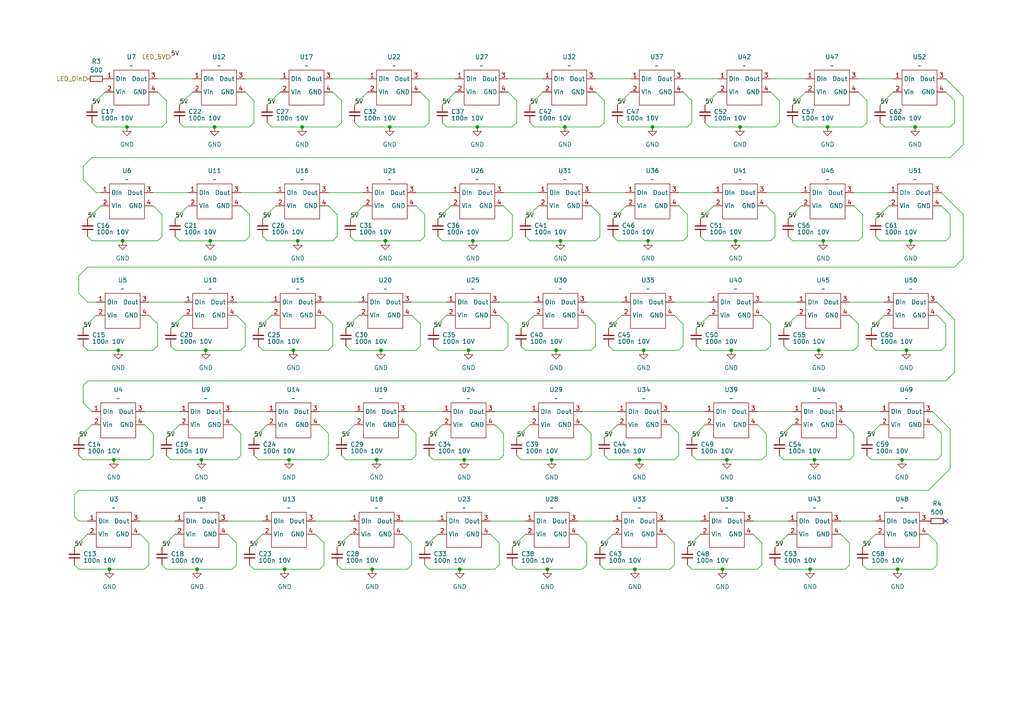
<source format=kicad_sch>
(kicad_sch (version 20250114) (generator "eeschema") (generator_version "9.0")
  (paper "A4")
  (title_block (title "QNOB") (date "2025-04-17") (rev "0.5") (company "12M Design") (comment 1 "Alper Basaran"))
  (junction (at 82.55 165.1))
  (junction (at 110.49 101.6))
  (junction (at 260.35 165.1))
  (junction (at 34.29 101.6))
  (junction (at 85.09 101.6))
  (junction (at 133.35 165.1))
  (junction (at 237.49 101.6))
  (junction (at 83.82 133.35))
  (junction (at 264.16 69.85))
  (junction (at 87.63 36.83))
  (junction (at 134.62 133.35))
  (junction (at 240.03 36.83))
  (junction (at 234.95 165.1))
  (junction (at 36.83 36.83))
  (junction (at 236.22 133.35))
  (junction (at 262.89 101.6))
  (junction (at 35.56 69.85))
  (junction (at 158.75 165.1))
  (junction (at 210.82 133.35))
  (junction (at 33.02 133.35))
  (junction (at 60.96 69.85))
  (junction (at 160.02 133.35))
  (junction (at 185.42 133.35))
  (junction (at 135.89 101.6))
  (junction (at 209.55 165.1))
  (junction (at 212.09 101.6))
  (junction (at 186.69 101.6))
  (junction (at 109.22 133.35))
  (junction (at 31.75 165.1))
  (junction (at 161.29 101.6))
  (junction (at 138.43 36.83))
  (junction (at 59.69 101.6))
  (junction (at 261.62 133.35))
  (junction (at 238.76 69.85))
  (junction (at 187.96 69.85))
  (junction (at 62.23 36.83))
  (junction (at 86.36 69.85))
  (junction (at 162.56 69.85))
  (junction (at 58.42 133.35))
  (junction (at 213.36 69.85))
  (junction (at 111.76 69.85))
  (junction (at 189.23 36.83))
  (junction (at 163.83 36.83))
  (junction (at 214.63 36.83))
  (junction (at 113.03 36.83))
  (junction (at 57.15 165.1))
  (junction (at 137.16 69.85))
  (junction (at 107.95 165.1))
  (junction (at 184.15 165.1))
  (junction (at 265.43 36.83))
  (no_connect (at 274.32 151.13))
  (wire (pts (xy 146.05 101.6) (xy 147.32 100.33)))
  (wire (pts (xy 48.26 165.1) (xy 46.99 163.83)))
  (wire (pts (xy 172.72 69.85) (xy 173.99 68.58)))
  (wire (pts (xy 223.52 100.33) (xy 223.52 93.98)))
  (wire (pts (xy 275.59 36.83) (xy 276.86 35.56)))
  (wire (pts (xy 252.73 133.35) (xy 251.46 132.08)))
  (wire (pts (xy 82.55 165.1) (xy 73.66 165.1)))
  (wire (pts (xy 73.66 165.1) (xy 72.39 163.83)))
  (wire (pts (xy 24.13 52.07) (xy 24.13 48.26)))
  (wire (pts (xy 130.81 59.69) (xy 127 63.5)))
  (wire (pts (xy 194.31 119.38) (xy 204.47 119.38)))
  (wire (pts (xy 138.43 36.83) (xy 129.54 36.83)))
  (wire (pts (xy 234.95 165.1) (xy 226.06 165.1)))
  (wire (pts (xy 147.32 100.33) (xy 147.32 93.98)))
  (wire (pts (xy 171.45 55.88) (xy 181.61 55.88)))
  (wire (pts (xy 177.8 154.94) (xy 173.99 158.75)))
  (wire (pts (xy 120.65 101.6) (xy 121.92 100.33)))
  (wire (pts (xy 125.73 133.35) (xy 124.46 132.08)))
  (wire (pts (xy 69.85 125.73) (xy 67.31 123.19)))
  (wire (pts (xy 271.78 133.35) (xy 273.05 132.08)))
  (wire (pts (xy 240.03 36.83) (xy 250.19 36.83)))
  (wire (pts (xy 151.13 133.35) (xy 149.86 132.08)))
  (wire (pts (xy 134.62 133.35) (xy 125.73 133.35)))
  (wire (pts (xy 173.99 68.58) (xy 173.99 62.23)))
  (wire (pts (xy 149.86 29.21) (xy 147.32 26.67)))
  (wire (pts (xy 83.82 133.35) (xy 93.98 133.35)))
  (wire (pts (xy 44.45 132.08) (xy 44.45 125.73)))
  (wire (pts (xy 22.86 151.13) (xy 21.59 149.86)))
  (wire (pts (xy 238.76 69.85) (xy 229.87 69.85)))
  (wire (pts (xy 43.18 87.63) (xy 53.34 87.63)))
  (wire (pts (xy 62.23 36.83) (xy 72.39 36.83)))
  (wire (pts (xy 198.12 69.85) (xy 199.39 68.58)))
  (wire (pts (xy 172.72 22.86) (xy 182.88 22.86)))
  (wire (pts (xy 274.32 110.49) (xy 276.86 107.95)))
  (wire (pts (xy 276.86 92.71) (xy 271.78 87.63)))
  (wire (pts (xy 185.42 133.35) (xy 195.58 133.35)))
  (wire (pts (xy 99.06 35.56) (xy 99.06 29.21)))
  (wire (pts (xy 172.72 100.33) (xy 172.72 93.98)))
  (wire (pts (xy 29.21 59.69) (xy 25.4 63.5)))
  (wire (pts (xy 203.2 154.94) (xy 199.39 158.75)))
  (wire (pts (xy 246.38 157.48) (xy 243.84 154.94)))
  (wire (pts (xy 121.92 22.86) (xy 132.08 22.86)))
  (wire (pts (xy 48.26 35.56) (xy 48.26 29.21)))
  (wire (pts (xy 205.74 36.83) (xy 204.47 35.56)))
  (wire (pts (xy 133.35 165.1) (xy 124.46 165.1)))
  (wire (pts (xy 43.18 133.35) (xy 44.45 132.08)))
  (wire (pts (xy 247.65 101.6) (xy 248.92 100.33)))
  (wire (pts (xy 123.19 62.23) (xy 120.65 59.69)))
  (wire (pts (xy 93.98 133.35) (xy 95.25 132.08)))
  (wire (pts (xy 25.4 110.49) (xy 274.32 110.49)))
  (wire (pts (xy 111.76 69.85) (xy 121.92 69.85)))
  (wire (pts (xy 207.01 59.69) (xy 203.2 63.5)))
  (wire (pts (xy 27.94 36.83) (xy 26.67 35.56)))
  (wire (pts (xy 236.22 133.35) (xy 227.33 133.35)))
  (wire (pts (xy 26.67 119.38) (xy 24.13 116.84)))
  (wire (pts (xy 246.38 133.35) (xy 247.65 132.08)))
  (wire (pts (xy 104.14 36.83) (xy 102.87 35.56)))
  (wire (pts (xy 222.25 132.08) (xy 222.25 125.73)))
  (wire (pts (xy 101.6 154.94) (xy 97.79 158.75)))
  (wire (pts (xy 194.31 165.1) (xy 195.58 163.83)))
  (wire (pts (xy 96.52 69.85) (xy 97.79 68.58)))
  (wire (pts (xy 144.78 133.35) (xy 146.05 132.08)))
  (wire (pts (xy 248.92 93.98) (xy 246.38 91.44)))
  (wire (pts (xy 265.43 36.83) (xy 256.54 36.83)))
  (wire (pts (xy 54.61 59.69) (xy 50.8 63.5)))
  (wire (pts (xy 102.87 69.85) (xy 101.6 68.58)))
  (wire (pts (xy 250.19 62.23) (xy 247.65 59.69)))
  (wire (pts (xy 49.53 133.35) (xy 48.26 132.08)))
  (wire (pts (xy 106.68 26.67) (xy 102.87 30.48)))
  (wire (pts (xy 195.58 157.48) (xy 193.04 154.94)))
  (wire (pts (xy 261.62 133.35) (xy 252.73 133.35)))
  (wire (pts (xy 275.59 68.58) (xy 275.59 62.23)))
  (wire (pts (xy 223.52 93.98) (xy 220.98 91.44)))
  (wire (pts (xy 175.26 35.56) (xy 175.26 29.21)))
  (wire (pts (xy 25.4 87.63) (xy 22.86 85.09)))
  (wire (pts (xy 72.39 68.58) (xy 72.39 62.23)))
  (wire (pts (xy 200.66 165.1) (xy 199.39 163.83)))
  (wire (pts (xy 127 101.6) (xy 125.73 100.33)))
  (wire (pts (xy 119.38 163.83) (xy 119.38 157.48)))
  (wire (pts (xy 22.86 80.01) (xy 25.4 77.47)))
  (wire (pts (xy 270.51 165.1) (xy 271.78 163.83)))
  (wire (pts (xy 22.86 142.24) (xy 269.24 142.24)))
  (wire (pts (xy 120.65 125.73) (xy 118.11 123.19)))
  (wire (pts (xy 228.6 101.6) (xy 227.33 100.33)))
  (wire (pts (xy 196.85 125.73) (xy 194.31 123.19)))
  (wire (pts (xy 208.28 26.67) (xy 204.47 30.48)))
  (wire (pts (xy 247.65 125.73) (xy 245.11 123.19)))
  (wire (pts (xy 181.61 59.69) (xy 177.8 63.5)))
  (wire (pts (xy 256.54 36.83) (xy 255.27 35.56)))
  (wire (pts (xy 110.49 101.6) (xy 101.6 101.6)))
  (wire (pts (xy 71.12 22.86) (xy 81.28 22.86)))
  (wire (pts (xy 189.23 36.83) (xy 180.34 36.83)))
  (wire (pts (xy 43.18 163.83) (xy 43.18 157.48)))
  (wire (pts (xy 71.12 100.33) (xy 71.12 93.98)))
  (wire (pts (xy 171.45 132.08) (xy 171.45 125.73)))
  (wire (pts (xy 116.84 151.13) (xy 127 151.13)))
  (wire (pts (xy 48.26 29.21) (xy 45.72 26.67)))
  (wire (pts (xy 99.06 29.21) (xy 96.52 26.67)))
  (wire (pts (xy 157.48 26.67) (xy 153.67 30.48)))
  (wire (pts (xy 195.58 133.35) (xy 196.85 132.08)))
  (wire (pts (xy 214.63 36.83) (xy 224.79 36.83)))
  (wire (pts (xy 58.42 133.35) (xy 49.53 133.35)))
  (wire (pts (xy 250.19 68.58) (xy 250.19 62.23)))
  (wire (pts (xy 93.98 163.83) (xy 93.98 157.48)))
  (wire (pts (xy 73.66 29.21) (xy 71.12 26.67)))
  (wire (pts (xy 34.29 101.6) (xy 44.45 101.6)))
  (wire (pts (xy 124.46 35.56) (xy 124.46 29.21)))
  (wire (pts (xy 92.71 165.1) (xy 93.98 163.83)))
  (wire (pts (xy 158.75 165.1) (xy 149.86 165.1)))
  (wire (pts (xy 172.72 93.98) (xy 170.18 91.44)))
  (wire (pts (xy 45.72 93.98) (xy 43.18 91.44)))
  (wire (pts (xy 96.52 93.98) (xy 93.98 91.44)))
  (wire (pts (xy 180.34 91.44) (xy 176.53 95.25)))
  (wire (pts (xy 59.69 101.6) (xy 50.8 101.6)))
  (wire (pts (xy 212.09 101.6) (xy 222.25 101.6)))
  (wire (pts (xy 99.06 165.1) (xy 97.79 163.83)))
  (wire (pts (xy 44.45 55.88) (xy 54.61 55.88)))
  (wire (pts (xy 198.12 100.33) (xy 198.12 93.98)))
  (wire (pts (xy 104.14 91.44) (xy 100.33 95.25)))
  (wire (pts (xy 124.46 165.1) (xy 123.19 163.83)))
  (wire (pts (xy 142.24 151.13) (xy 152.4 151.13)))
  (wire (pts (xy 24.13 133.35) (xy 22.86 132.08)))
  (wire (pts (xy 209.55 165.1) (xy 200.66 165.1)))
  (wire (pts (xy 163.83 36.83) (xy 173.99 36.83)))
  (wire (pts (xy 121.92 93.98) (xy 119.38 91.44)))
  (wire (pts (xy 160.02 133.35) (xy 170.18 133.35)))
  (wire (pts (xy 62.23 36.83) (xy 53.34 36.83)))
  (wire (pts (xy 149.86 165.1) (xy 148.59 163.83)))
  (wire (pts (xy 24.13 48.26) (xy 26.67 45.72)))
  (wire (pts (xy 21.59 149.86) (xy 21.59 143.51)))
  (wire (pts (xy 179.07 123.19) (xy 175.26 127)))
  (wire (pts (xy 147.32 69.85) (xy 148.59 68.58)))
  (wire (pts (xy 198.12 93.98) (xy 195.58 91.44)))
  (wire (pts (xy 146.05 125.73) (xy 143.51 123.19)))
  (wire (pts (xy 158.75 165.1) (xy 168.91 165.1)))
  (wire (pts (xy 260.35 165.1) (xy 251.46 165.1)))
  (wire (pts (xy 248.92 22.86) (xy 259.08 22.86)))
  (wire (pts (xy 100.33 133.35) (xy 99.06 132.08)))
  (wire (pts (xy 113.03 36.83) (xy 104.14 36.83)))
  (wire (pts (xy 128.27 69.85) (xy 127 68.58)))
  (wire (pts (xy 173.99 36.83) (xy 175.26 35.56)))
  (wire (pts (xy 60.96 69.85) (xy 52.07 69.85)))
  (wire (pts (xy 60.96 69.85) (xy 71.12 69.85)))
  (wire (pts (xy 77.47 69.85) (xy 76.2 68.58)))
  (wire (pts (xy 199.39 68.58) (xy 199.39 62.23)))
  (wire (pts (xy 69.85 55.88) (xy 80.01 55.88)))
  (wire (pts (xy 224.79 36.83) (xy 226.06 35.56)))
  (wire (pts (xy 80.01 59.69) (xy 76.2 63.5)))
  (wire (pts (xy 175.26 29.21) (xy 172.72 26.67)))
  (wire (pts (xy 264.16 69.85) (xy 274.32 69.85)))
  (wire (pts (xy 45.72 100.33) (xy 45.72 93.98)))
  (wire (pts (xy 135.89 101.6) (xy 146.05 101.6)))
  (wire (pts (xy 261.62 133.35) (xy 271.78 133.35)))
  (wire (pts (xy 175.26 165.1) (xy 173.99 163.83)))
  (wire (pts (xy 144.78 163.83) (xy 144.78 157.48)))
  (wire (pts (xy 246.38 87.63) (xy 256.54 87.63)))
  (wire (pts (xy 105.41 59.69) (xy 101.6 63.5)))
  (wire (pts (xy 167.64 151.13) (xy 177.8 151.13)))
  (wire (pts (xy 199.39 36.83) (xy 200.66 35.56)))
  (wire (pts (xy 135.89 101.6) (xy 127 101.6)))
  (wire (pts (xy 273.05 132.08) (xy 273.05 125.73)))
  (wire (pts (xy 279.4 41.91) (xy 279.4 27.94)))
  (wire (pts (xy 220.98 163.83) (xy 220.98 157.48)))
  (wire (pts (xy 231.14 36.83) (xy 229.87 35.56)))
  (wire (pts (xy 120.65 132.08) (xy 120.65 125.73)))
  (wire (pts (xy 72.39 36.83) (xy 73.66 35.56)))
  (wire (pts (xy 101.6 101.6) (xy 100.33 100.33)))
  (wire (pts (xy 176.53 133.35) (xy 175.26 132.08)))
  (wire (pts (xy 69.85 101.6) (xy 71.12 100.33)))
  (wire (pts (xy 148.59 68.58) (xy 148.59 62.23)))
  (wire (pts (xy 187.96 69.85) (xy 198.12 69.85)))
  (wire (pts (xy 109.22 133.35) (xy 100.33 133.35)))
  (wire (pts (xy 36.83 36.83) (xy 27.94 36.83)))
  (wire (pts (xy 262.89 101.6) (xy 254 101.6)))
  (wire (pts (xy 265.43 36.83) (xy 275.59 36.83)))
  (wire (pts (xy 219.71 165.1) (xy 220.98 163.83)))
  (wire (pts (xy 33.02 133.35) (xy 24.13 133.35)))
  (wire (pts (xy 204.47 123.19) (xy 200.66 127)))
  (wire (pts (xy 45.72 69.85) (xy 46.99 68.58)))
  (wire (pts (xy 82.55 165.1) (xy 92.71 165.1)))
  (wire (pts (xy 45.72 22.86) (xy 55.88 22.86)))
  (wire (pts (xy 248.92 69.85) (xy 250.19 68.58)))
  (wire (pts (xy 220.98 133.35) (xy 222.25 132.08)))
  (wire (pts (xy 209.55 165.1) (xy 219.71 165.1)))
  (wire (pts (xy 251.46 35.56) (xy 251.46 29.21)))
  (wire (pts (xy 229.87 69.85) (xy 228.6 68.58)))
  (wire (pts (xy 119.38 87.63) (xy 129.54 87.63)))
  (wire (pts (xy 276.86 35.56) (xy 276.86 29.21)))
  (wire (pts (xy 77.47 123.19) (xy 73.66 127)))
  (wire (pts (xy 220.98 157.48) (xy 218.44 154.94)))
  (wire (pts (xy 195.58 163.83) (xy 195.58 157.48)))
  (wire (pts (xy 146.05 132.08) (xy 146.05 125.73)))
  (wire (pts (xy 76.2 154.94) (xy 72.39 158.75)))
  (wire (pts (xy 154.94 91.44) (xy 151.13 95.25)))
  (wire (pts (xy 86.36 69.85) (xy 96.52 69.85)))
  (wire (pts (xy 44.45 101.6) (xy 45.72 100.33)))
  (wire (pts (xy 171.45 125.73) (xy 168.91 123.19)))
  (wire (pts (xy 102.87 123.19) (xy 99.06 127)))
  (wire (pts (xy 107.95 165.1) (xy 99.06 165.1)))
  (wire (pts (xy 119.38 157.48) (xy 116.84 154.94)))
  (wire (pts (xy 97.79 62.23) (xy 95.25 59.69)))
  (wire (pts (xy 52.07 123.19) (xy 48.26 127)))
  (wire (pts (xy 118.11 119.38) (xy 128.27 119.38)))
  (wire (pts (xy 107.95 165.1) (xy 118.11 165.1)))
  (wire (pts (xy 231.14 91.44) (xy 227.33 95.25)))
  (wire (pts (xy 254 154.94) (xy 250.19 158.75)))
  (wire (pts (xy 55.88 26.67) (xy 52.07 30.48)))
  (wire (pts (xy 274.32 69.85) (xy 275.59 68.58)))
  (wire (pts (xy 274.32 93.98) (xy 271.78 91.44)))
  (wire (pts (xy 243.84 151.13) (xy 254 151.13)))
  (wire (pts (xy 50.8 154.94) (xy 46.99 158.75)))
  (wire (pts (xy 237.49 101.6) (xy 247.65 101.6)))
  (wire (pts (xy 123.19 36.83) (xy 124.46 35.56)))
  (wire (pts (xy 196.85 132.08) (xy 196.85 125.73)))
  (wire (pts (xy 260.35 165.1) (xy 270.51 165.1)))
  (wire (pts (xy 134.62 133.35) (xy 144.78 133.35)))
  (wire (pts (xy 168.91 165.1) (xy 170.18 163.83)))
  (wire (pts (xy 193.04 151.13) (xy 203.2 151.13)))
  (wire (pts (xy 128.27 123.19) (xy 124.46 127)))
  (wire (pts (xy 219.71 119.38) (xy 229.87 119.38)))
  (wire (pts (xy 222.25 125.73) (xy 219.71 123.19)))
  (wire (pts (xy 154.94 36.83) (xy 153.67 35.56)))
  (wire (pts (xy 248.92 100.33) (xy 248.92 93.98)))
  (wire (pts (xy 226.06 35.56) (xy 226.06 29.21)))
  (wire (pts (xy 153.67 123.19) (xy 149.86 127)))
  (wire (pts (xy 25.4 154.94) (xy 21.59 158.75)))
  (wire (pts (xy 132.08 26.67) (xy 128.27 30.48)))
  (wire (pts (xy 224.79 68.58) (xy 224.79 62.23)))
  (wire (pts (xy 118.11 165.1) (xy 119.38 163.83)))
  (wire (pts (xy 186.69 101.6) (xy 196.85 101.6)))
  (wire (pts (xy 110.49 101.6) (xy 120.65 101.6)))
  (wire (pts (xy 196.85 101.6) (xy 198.12 100.33)))
  (wire (pts (xy 223.52 69.85) (xy 224.79 68.58)))
  (wire (pts (xy 196.85 55.88) (xy 207.01 55.88)))
  (wire (pts (xy 170.18 157.48) (xy 167.64 154.94)))
  (wire (pts (xy 144.78 157.48) (xy 142.24 154.94)))
  (wire (pts (xy 26.67 69.85) (xy 25.4 68.58)))
  (wire (pts (xy 149.86 35.56) (xy 149.86 29.21)))
  (wire (pts (xy 93.98 87.63) (xy 104.14 87.63)))
  (wire (pts (xy 87.63 36.83) (xy 78.74 36.83)))
  (wire (pts (xy 279.4 27.94) (xy 274.32 22.86)))
  (wire (pts (xy 146.05 55.88) (xy 156.21 55.88)))
  (wire (pts (xy 73.66 35.56) (xy 73.66 29.21)))
  (wire (pts (xy 256.54 91.44) (xy 252.73 95.25)))
  (wire (pts (xy 161.29 101.6) (xy 152.4 101.6)))
  (wire (pts (xy 148.59 62.23) (xy 146.05 59.69)))
  (wire (pts (xy 271.78 157.48) (xy 269.24 154.94)))
  (wire (pts (xy 233.68 26.67) (xy 229.87 30.48)))
  (wire (pts (xy 95.25 101.6) (xy 96.52 100.33)))
  (wire (pts (xy 68.58 87.63) (xy 78.74 87.63)))
  (wire (pts (xy 93.98 157.48) (xy 91.44 154.94)))
  (wire (pts (xy 44.45 125.73) (xy 41.91 123.19)))
  (wire (pts (xy 229.87 123.19) (xy 226.06 127)))
  (wire (pts (xy 170.18 133.35) (xy 171.45 132.08)))
  (wire (pts (xy 279.4 62.23) (xy 273.05 55.88)))
  (wire (pts (xy 185.42 133.35) (xy 176.53 133.35)))
  (wire (pts (xy 203.2 101.6) (xy 201.93 100.33)))
  (wire (pts (xy 95.25 125.73) (xy 92.71 123.19)))
  (wire (pts (xy 144.78 87.63) (xy 154.94 87.63)))
  (wire (pts (xy 179.07 69.85) (xy 177.8 68.58)))
  (wire (pts (xy 31.75 165.1) (xy 41.91 165.1)))
  (wire (pts (xy 213.36 69.85) (xy 223.52 69.85)))
  (wire (pts (xy 199.39 62.23) (xy 196.85 59.69)))
  (wire (pts (xy 255.27 123.19) (xy 251.46 127)))
  (wire (pts (xy 46.99 68.58) (xy 46.99 62.23)))
  (wire (pts (xy 78.74 36.83) (xy 77.47 35.56)))
  (wire (pts (xy 200.66 29.21) (xy 198.12 26.67)))
  (wire (pts (xy 162.56 69.85) (xy 172.72 69.85)))
  (wire (pts (xy 85.09 101.6) (xy 76.2 101.6)))
  (wire (pts (xy 170.18 163.83) (xy 170.18 157.48)))
  (wire (pts (xy 213.36 69.85) (xy 204.47 69.85)))
  (wire (pts (xy 25.4 101.6) (xy 24.13 100.33)))
  (wire (pts (xy 214.63 36.83) (xy 205.74 36.83)))
  (wire (pts (xy 67.31 165.1) (xy 68.58 163.83)))
  (wire (pts (xy 246.38 163.83) (xy 246.38 157.48)))
  (wire (pts (xy 234.95 165.1) (xy 245.11 165.1)))
  (wire (pts (xy 173.99 62.23) (xy 171.45 59.69)))
  (wire (pts (xy 276.86 77.47) (xy 279.4 74.93)))
  (wire (pts (xy 67.31 119.38) (xy 77.47 119.38)))
  (wire (pts (xy 180.34 36.83) (xy 179.07 35.56)))
  (wire (pts (xy 168.91 119.38) (xy 179.07 119.38)))
  (wire (pts (xy 121.92 69.85) (xy 123.19 68.58)))
  (wire (pts (xy 21.59 143.51) (xy 22.86 142.24)))
  (wire (pts (xy 68.58 163.83) (xy 68.58 157.48)))
  (wire (pts (xy 201.93 133.35) (xy 200.66 132.08)))
  (wire (pts (xy 85.09 101.6) (xy 95.25 101.6)))
  (wire (pts (xy 198.12 22.86) (xy 208.28 22.86)))
  (wire (pts (xy 34.29 101.6) (xy 25.4 101.6)))
  (wire (pts (xy 274.32 100.33) (xy 274.32 93.98)))
  (wire (pts (xy 22.86 85.09) (xy 22.86 80.01)))
  (wire (pts (xy 138.43 36.83) (xy 148.59 36.83)))
  (wire (pts (xy 161.29 101.6) (xy 171.45 101.6)))
  (wire (pts (xy 87.63 36.83) (xy 97.79 36.83)))
  (wire (pts (xy 245.11 119.38) (xy 255.27 119.38)))
  (wire (pts (xy 46.99 62.23) (xy 44.45 59.69)))
  (wire (pts (xy 66.04 151.13) (xy 76.2 151.13)))
  (wire (pts (xy 273.05 125.73) (xy 270.51 123.19)))
  (wire (pts (xy 129.54 36.83) (xy 128.27 35.56)))
  (wire (pts (xy 143.51 165.1) (xy 144.78 163.83)))
  (wire (pts (xy 222.25 55.88) (xy 232.41 55.88)))
  (wire (pts (xy 91.44 151.13) (xy 101.6 151.13)))
  (wire (pts (xy 24.13 111.76) (xy 25.4 110.49)))
  (wire (pts (xy 220.98 87.63) (xy 231.14 87.63)))
  (wire (pts (xy 29.21 55.88) (xy 27.94 55.88)))
  (wire (pts (xy 218.44 151.13) (xy 228.6 151.13)))
  (wire (pts (xy 119.38 133.35) (xy 120.65 132.08)))
  (wire (pts (xy 275.59 124.46) (xy 270.51 119.38)))
  (wire (pts (xy 163.83 36.83) (xy 154.94 36.83)))
  (wire (pts (xy 95.25 132.08) (xy 95.25 125.73)))
  (wire (pts (xy 81.28 26.67) (xy 77.47 30.48)))
  (wire (pts (xy 58.42 133.35) (xy 68.58 133.35)))
  (wire (pts (xy 72.39 62.23) (xy 69.85 59.69)))
  (wire (pts (xy 76.2 101.6) (xy 74.93 100.33)))
  (wire (pts (xy 247.65 55.88) (xy 257.81 55.88)))
  (wire (pts (xy 254 101.6) (xy 252.73 100.33)))
  (wire (pts (xy 279.4 74.93) (xy 279.4 62.23)))
  (wire (pts (xy 152.4 154.94) (xy 148.59 158.75)))
  (wire (pts (xy 276.86 29.21) (xy 274.32 26.67)))
  (wire (pts (xy 276.86 107.95) (xy 276.86 92.71)))
  (wire (pts (xy 137.16 69.85) (xy 147.32 69.85)))
  (wire (pts (xy 210.82 133.35) (xy 220.98 133.35)))
  (wire (pts (xy 123.19 68.58) (xy 123.19 62.23)))
  (wire (pts (xy 153.67 69.85) (xy 152.4 68.58)))
  (wire (pts (xy 52.07 69.85) (xy 50.8 68.58)))
  (wire (pts (xy 41.91 165.1) (xy 43.18 163.83)))
  (wire (pts (xy 262.89 101.6) (xy 273.05 101.6)))
  (wire (pts (xy 30.48 26.67) (xy 26.67 30.48)))
  (wire (pts (xy 74.93 133.35) (xy 73.66 132.08)))
  (wire (pts (xy 97.79 68.58) (xy 97.79 62.23)))
  (wire (pts (xy 120.65 55.88) (xy 130.81 55.88)))
  (wire (pts (xy 97.79 36.83) (xy 99.06 35.56)))
  (wire (pts (xy 275.59 62.23) (xy 273.05 59.69)))
  (wire (pts (xy 195.58 87.63) (xy 205.74 87.63)))
  (wire (pts (xy 257.81 59.69) (xy 254 63.5)))
  (wire (pts (xy 27.94 55.88) (xy 24.13 52.07)))
  (wire (pts (xy 26.67 45.72) (xy 275.59 45.72)))
  (wire (pts (xy 113.03 36.83) (xy 123.19 36.83)))
  (wire (pts (xy 152.4 101.6) (xy 151.13 100.33)))
  (wire (pts (xy 25.4 77.47) (xy 276.86 77.47)))
  (wire (pts (xy 86.36 69.85) (xy 77.47 69.85)))
  (wire (pts (xy 147.32 22.86) (xy 157.48 22.86)))
  (wire (pts (xy 111.76 69.85) (xy 102.87 69.85)))
  (wire (pts (xy 160.02 133.35) (xy 151.13 133.35)))
  (wire (pts (xy 53.34 36.83) (xy 52.07 35.56)))
  (wire (pts (xy 27.94 91.44) (xy 24.13 95.25)))
  (wire (pts (xy 187.96 69.85) (xy 179.07 69.85)))
  (wire (pts (xy 226.06 165.1) (xy 224.79 163.83)))
  (wire (pts (xy 27.94 87.63) (xy 25.4 87.63)))
  (wire (pts (xy 40.64 151.13) (xy 50.8 151.13)))
  (wire (pts (xy 264.16 69.85) (xy 255.27 69.85)))
  (wire (pts (xy 35.56 69.85) (xy 26.67 69.85)))
  (wire (pts (xy 109.22 133.35) (xy 119.38 133.35)))
  (wire (pts (xy 143.51 119.38) (xy 153.67 119.38)))
  (wire (pts (xy 162.56 69.85) (xy 153.67 69.85)))
  (wire (pts (xy 53.34 91.44) (xy 49.53 95.25)))
  (wire (pts (xy 189.23 36.83) (xy 199.39 36.83)))
  (wire (pts (xy 275.59 135.89) (xy 275.59 124.46)))
  (wire (pts (xy 171.45 101.6) (xy 172.72 100.33)))
  (wire (pts (xy 251.46 165.1) (xy 250.19 163.83)))
  (wire (pts (xy 156.21 59.69) (xy 152.4 63.5)))
  (wire (pts (xy 186.69 101.6) (xy 177.8 101.6)))
  (wire (pts (xy 96.52 22.86) (xy 106.68 22.86)))
  (wire (pts (xy 57.15 165.1) (xy 48.26 165.1)))
  (wire (pts (xy 177.8 101.6) (xy 176.53 100.33)))
  (wire (pts (xy 222.25 101.6) (xy 223.52 100.33)))
  (wire (pts (xy 204.47 69.85) (xy 203.2 68.58)))
  (wire (pts (xy 33.02 133.35) (xy 43.18 133.35)))
  (wire (pts (xy 236.22 133.35) (xy 246.38 133.35)))
  (wire (pts (xy 205.74 91.44) (xy 201.93 95.25)))
  (wire (pts (xy 255.27 69.85) (xy 254 68.58)))
  (wire (pts (xy 226.06 29.21) (xy 223.52 26.67)))
  (wire (pts (xy 95.25 55.88) (xy 105.41 55.88)))
  (wire (pts (xy 43.18 157.48) (xy 40.64 154.94)))
  (wire (pts (xy 259.08 26.67) (xy 255.27 30.48)))
  (wire (pts (xy 238.76 69.85) (xy 248.92 69.85)))
  (wire (pts (xy 78.74 91.44) (xy 74.93 95.25)))
  (wire (pts (xy 50.8 101.6) (xy 49.53 100.33)))
  (wire (pts (xy 223.52 22.86) (xy 233.68 22.86)))
  (wire (pts (xy 59.69 101.6) (xy 69.85 101.6)))
  (wire (pts (xy 68.58 157.48) (xy 66.04 154.94)))
  (wire (pts (xy 46.99 36.83) (xy 48.26 35.56)))
  (wire (pts (xy 121.92 100.33) (xy 121.92 93.98)))
  (wire (pts (xy 184.15 165.1) (xy 194.31 165.1)))
  (wire (pts (xy 247.65 132.08) (xy 247.65 125.73)))
  (wire (pts (xy 210.82 133.35) (xy 201.93 133.35)))
  (wire (pts (xy 96.52 100.33) (xy 96.52 93.98)))
  (wire (pts (xy 92.71 119.38) (xy 102.87 119.38)))
  (wire (pts (xy 147.32 93.98) (xy 144.78 91.44)))
  (wire (pts (xy 237.49 101.6) (xy 228.6 101.6)))
  (wire (pts (xy 170.18 87.63) (xy 180.34 87.63)))
  (wire (pts (xy 137.16 69.85) (xy 128.27 69.85)))
  (wire (pts (xy 269.24 142.24) (xy 275.59 135.89)))
  (wire (pts (xy 200.66 35.56) (xy 200.66 29.21)))
  (wire (pts (xy 271.78 163.83) (xy 271.78 157.48)))
  (wire (pts (xy 127 154.94) (xy 123.19 158.75)))
  (wire (pts (xy 41.91 119.38) (xy 52.07 119.38)))
  (wire (pts (xy 83.82 133.35) (xy 74.93 133.35)))
  (wire (pts (xy 227.33 133.35) (xy 226.06 132.08)))
  (wire (pts (xy 275.59 45.72) (xy 279.4 41.91)))
  (wire (pts (xy 25.4 151.13) (xy 22.86 151.13)))
  (wire (pts (xy 129.54 91.44) (xy 125.73 95.25)))
  (wire (pts (xy 245.11 165.1) (xy 246.38 163.83)))
  (wire (pts (xy 26.67 123.19) (xy 22.86 127)))
  (wire (pts (xy 35.56 69.85) (xy 45.72 69.85)))
  (wire (pts (xy 31.75 165.1) (xy 22.86 165.1)))
  (wire (pts (xy 24.13 116.84) (xy 24.13 111.76)))
  (wire (pts (xy 184.15 165.1) (xy 175.26 165.1)))
  (wire (pts (xy 22.86 165.1) (xy 21.59 163.83)))
  (wire (pts (xy 69.85 132.08) (xy 69.85 125.73)))
  (wire (pts (xy 68.58 133.35) (xy 69.85 132.08)))
  (wire (pts (xy 224.79 62.23) (xy 222.25 59.69)))
  (wire (pts (xy 250.19 36.83) (xy 251.46 35.56)))
  (wire (pts (xy 71.12 69.85) (xy 72.39 68.58)))
  (wire (pts (xy 240.03 36.83) (xy 231.14 36.83)))
  (wire (pts (xy 36.83 36.83) (xy 46.99 36.83)))
  (wire (pts (xy 57.15 165.1) (xy 67.31 165.1)))
  (wire (pts (xy 232.41 59.69) (xy 228.6 63.5)))
  (wire (pts (xy 212.09 101.6) (xy 203.2 101.6)))
  (wire (pts (xy 273.05 101.6) (xy 274.32 100.33)))
  (wire (pts (xy 71.12 93.98) (xy 68.58 91.44)))
  (wire (pts (xy 148.59 36.83) (xy 149.86 35.56)))
  (wire (pts (xy 124.46 29.21) (xy 121.92 26.67)))
  (wire (pts (xy 182.88 26.67) (xy 179.07 30.48)))
  (wire (pts (xy 251.46 29.21) (xy 248.92 26.67)))
  (wire (pts (xy 228.6 154.94) (xy 224.79 158.75)))
  (wire (pts (xy 133.35 165.1) (xy 143.51 165.1)))
  (label "5V" (at 125.73 95.25 0))
  (label "5V" (at 200.66 127 0))
  (label "5V" (at 72.39 158.75 0))
  (label "5V" (at 254 63.5 0))
  (label "5V" (at 100.33 95.25 0))
  (label "5V" (at 199.39 158.75 0))
  (label "5V" (at 148.59 158.75 0))
  (label "5V" (at 153.67 30.48 0))
  (label "5V" (at 77.47 30.48 0))
  (label "5V" (at 97.79 158.75 0))
  (label "5V" (at 73.66 127 0))
  (label "5V" (at 52.07 30.48 0))
  (label "5V" (at 49.53 95.25 0))
  (label "5V" (at 204.47 30.48 0))
  (label "5V" (at 26.67 30.48 0))
  (label "5V" (at 229.87 30.48 0))
  (label "5V" (at 173.99 158.75 0))
  (label "5V" (at 49.53 16.51 0))
  (label "5V" (at 123.19 158.75 0))
  (label "5V" (at 228.6 63.5 0))
  (label "5V" (at 48.26 127 0))
  (label "5V" (at 152.4 63.5 0))
  (label "5V" (at 101.6 63.5 0))
  (label "5V" (at 124.46 127 0))
  (label "5V" (at 201.93 95.25 0))
  (label "5V" (at 99.06 127 0))
  (label "5V" (at 76.2 63.5 0))
  (label "5V" (at 127 63.5 0))
  (label "5V" (at 25.4 63.5 0))
  (label "5V" (at 149.86 127 0))
  (label "5V" (at 203.2 63.5 0))
  (label "5V" (at 224.79 158.75 0))
  (label "5V" (at 250.19 158.75 0))
  (label "5V" (at 179.07 30.48 0))
  (label "5V" (at 177.8 63.5 0))
  (label "5V" (at 252.73 95.25 0))
  (label "5V" (at 251.46 127 0))
  (label "5V" (at 74.93 95.25 0))
  (label "5V" (at 102.87 30.48 0))
  (label "5V" (at 255.27 30.48 0))
  (label "5V" (at 176.53 95.25 0))
  (label "5V" (at 151.13 95.25 0))
  (label "5V" (at 21.59 158.75 0))
  (label "5V" (at 50.8 63.5 0))
  (label "5V" (at 46.99 158.75 0))
  (label "5V" (at 128.27 30.48 0))
  (label "5V" (at 226.06 127 0))
  (label "5V" (at 175.26 127 0))
  (label "5V" (at 22.86 127 0))
  (label "5V" (at 24.13 95.25 0))
  (label "5V" (at 227.33 95.25 0))
  (hierarchical_label "LED_Din" (shape input) (at 25.4 22.86 180))
  (hierarchical_label "LED_5V" (shape input) (at 49.53 16.51 180))
  (symbol (lib_id "custom_led:SK6805-EC15") (at 238.76 90.17 0) (unit 1)
    (property "Reference" "U45" (at 238.76 81.28 0))
    (property "Value" "~" (at 238.76 83.82 0))
    (property "Footprint" "custom_led:SK6805-EC15" (effects (hide yes)))
  )
  (symbol (lib_id "Device:C_Small") (at 203.2 66.04 180) (unit 1)
    (property "Reference" "C51" (at 205.74 65.405 0) (effects (justify right)))
    (property "Value" "100n 10V" (at 205.74 67.31 0) (effects (justify right)))
    (property "Footprint" "Capacitor_SMD:C_0402_1005Metric" (effects (hide yes)))
    (property "Description" "Unpolarized capacitor, small symbol" (effects (hide yes)))
  )
  (symbol (lib_id "Device:C_Small") (at 72.39 161.29 180) (unit 1)
    (property "Reference" "C23" (at 74.93 160.655 0) (effects (justify right)))
    (property "Value" "100n 10V" (at 74.93 162.56 0) (effects (justify right)))
    (property "Footprint" "Capacitor_SMD:C_0402_1005Metric" (effects (hide yes)))
    (property "Description" "Unpolarized capacitor, small symbol" (effects (hide yes)))
  )
  (symbol (lib_id "Device:C_Small") (at 125.73 97.79 180) (unit 1)
    (property "Reference" "C35" (at 128.27 97.155 0) (effects (justify right)))
    (property "Value" "100n 10V" (at 128.27 99.06 0) (effects (justify right)))
    (property "Footprint" "Capacitor_SMD:C_0402_1005Metric" (effects (hide yes)))
    (property "Description" "Unpolarized capacitor, small symbol" (effects (hide yes)))
  )
  (symbol (lib_id "Device:C_Small") (at 255.27 33.02 180) (unit 1)
    (property "Reference" "C62" (at 257.81 32.385 0) (effects (justify right)))
    (property "Value" "100n 10V" (at 257.81 34.29 0) (effects (justify right)))
    (property "Footprint" "Capacitor_SMD:C_0402_1005Metric" (effects (hide yes)))
    (property "Description" "Unpolarized capacitor, small symbol" (effects (hide yes)))
  )
  (symbol (lib_id "Device:C_Small") (at 22.86 129.54 180) (unit 1)
    (property "Reference" "C14" (at 25.4 128.905 0) (effects (justify right)))
    (property "Value" "100n 10V" (at 25.4 130.81 0) (effects (justify right)))
    (property "Footprint" "Capacitor_SMD:C_0402_1005Metric" (effects (hide yes)))
    (property "Description" "Unpolarized capacitor, small symbol" (effects (hide yes)))
  )
  (symbol (lib_id "Device:C_Small") (at 21.59 161.29 180) (unit 1)
    (property "Reference" "C13" (at 24.13 160.655 0) (effects (justify right)))
    (property "Value" "100n 10V" (at 24.13 162.56 0) (effects (justify right)))
    (property "Footprint" "Capacitor_SMD:C_0402_1005Metric" (effects (hide yes)))
    (property "Description" "Unpolarized capacitor, small symbol" (effects (hide yes)))
  )
  (symbol (lib_id "custom_led:SK6805-EC15") (at 160.02 153.67 0) (unit 1)
    (property "Reference" "U28" (at 160.02 144.78 0))
    (property "Value" "~" (at 160.02 147.32 0))
    (property "Footprint" "custom_led:SK6805-EC15" (effects (hide yes)))
  )
  (symbol (lib_id "power:GND") (at 109.22 133.35 0) (unit 1)
    (property "Reference" "#PWR024" (effects (hide yes)))
    (property "Value" "GND" (at 109.22 138.43 0))
    (property "Description" "Power symbol creates a global label with name \"GND\" , ground" (effects (hide yes)))
  )
  (symbol (lib_id "power:GND") (at 82.55 165.1 0) (unit 1)
    (property "Reference" "#PWR018" (effects (hide yes)))
    (property "Value" "GND" (at 82.55 170.18 0))
    (property "Description" "Power symbol creates a global label with name \"GND\" , ground" (effects (hide yes)))
  )
  (symbol (lib_id "Device:C_Small") (at 99.06 129.54 180) (unit 1)
    (property "Reference" "C29" (at 101.6 128.905 0) (effects (justify right)))
    (property "Value" "100n 10V" (at 101.6 130.81 0) (effects (justify right)))
    (property "Footprint" "Capacitor_SMD:C_0402_1005Metric" (effects (hide yes)))
    (property "Description" "Unpolarized capacitor, small symbol" (effects (hide yes)))
  )
  (symbol (lib_id "Device:C_Small") (at 224.79 161.29 180) (unit 1)
    (property "Reference" "C53" (at 227.33 160.655 0) (effects (justify right)))
    (property "Value" "100n 10V" (at 227.33 162.56 0) (effects (justify right)))
    (property "Footprint" "Capacitor_SMD:C_0402_1005Metric" (effects (hide yes)))
    (property "Description" "Unpolarized capacitor, small symbol" (effects (hide yes)))
  )
  (symbol (lib_id "Device:C_Small") (at 250.19 161.29 180) (unit 1)
    (property "Reference" "C58" (at 252.73 160.655 0) (effects (justify right)))
    (property "Value" "100n 10V" (at 252.73 162.56 0) (effects (justify right)))
    (property "Footprint" "Capacitor_SMD:C_0402_1005Metric" (effects (hide yes)))
    (property "Description" "Unpolarized capacitor, small symbol" (effects (hide yes)))
  )
  (symbol (lib_id "custom_led:SK6805-EC15") (at 187.96 90.17 0) (unit 1)
    (property "Reference" "U35" (at 187.96 81.28 0))
    (property "Value" "~" (at 187.96 83.82 0))
    (property "Footprint" "custom_led:SK6805-EC15" (effects (hide yes)))
  )
  (symbol (lib_id "power:GND") (at 185.42 133.35 0) (unit 1)
    (property "Reference" "#PWR039" (effects (hide yes)))
    (property "Value" "GND" (at 185.42 138.43 0))
    (property "Description" "Power symbol creates a global label with name \"GND\" , ground" (effects (hide yes)))
  )
  (symbol (lib_id "Device:C_Small") (at 127 66.04 180) (unit 1)
    (property "Reference" "C36" (at 129.54 65.405 0) (effects (justify right)))
    (property "Value" "100n 10V" (at 129.54 67.31 0) (effects (justify right)))
    (property "Footprint" "Capacitor_SMD:C_0402_1005Metric" (effects (hide yes)))
    (property "Description" "Unpolarized capacitor, small symbol" (effects (hide yes)))
  )
  (symbol (lib_id "custom_led:SK6805-EC15") (at 165.1 25.4 0) (unit 1)
    (property "Reference" "U32" (at 165.1 16.51 0))
    (property "Value" "~" (at 165.1 19.05 0))
    (property "Footprint" "custom_led:SK6805-EC15" (effects (hide yes)))
  )
  (symbol (lib_id "custom_led:SK6805-EC15") (at 137.16 90.17 0) (unit 1)
    (property "Reference" "U25" (at 137.16 81.28 0))
    (property "Value" "~" (at 137.16 83.82 0))
    (property "Footprint" "custom_led:SK6805-EC15" (effects (hide yes)))
  )
  (symbol (lib_id "Device:C_Small") (at 74.93 97.79 180) (unit 1)
    (property "Reference" "C25" (at 77.47 97.155 0) (effects (justify right)))
    (property "Value" "100n 10V" (at 77.47 99.06 0) (effects (justify right)))
    (property "Footprint" "Capacitor_SMD:C_0402_1005Metric" (effects (hide yes)))
    (property "Description" "Unpolarized capacitor, small symbol" (effects (hide yes)))
  )
  (symbol (lib_id "power:GND") (at 237.49 101.6 0) (unit 1)
    (property "Reference" "#PWR050" (effects (hide yes)))
    (property "Value" "GND" (at 237.49 106.68 0))
    (property "Description" "Power symbol creates a global label with name \"GND\" , ground" (effects (hide yes)))
  )
  (symbol (lib_id "Device:C_Small") (at 25.4 66.04 180) (unit 1)
    (property "Reference" "C16" (at 27.94 65.405 0) (effects (justify right)))
    (property "Value" "100n 10V" (at 27.94 67.31 0) (effects (justify right)))
    (property "Footprint" "Capacitor_SMD:C_0402_1005Metric" (effects (hide yes)))
    (property "Description" "Unpolarized capacitor, small symbol" (effects (hide yes)))
  )
  (symbol (lib_id "Device:C_Small") (at 251.46 129.54 180) (unit 1)
    (property "Reference" "C59" (at 254 128.905 0) (effects (justify right)))
    (property "Value" "100n 10V" (at 254 130.81 0) (effects (justify right)))
    (property "Footprint" "Capacitor_SMD:C_0402_1005Metric" (effects (hide yes)))
    (property "Description" "Unpolarized capacitor, small symbol" (effects (hide yes)))
  )
  (symbol (lib_id "custom_led:SK6805-EC15") (at 186.69 121.92 0) (unit 1)
    (property "Reference" "U34" (at 186.69 113.03 0))
    (property "Value" "~" (at 186.69 115.57 0))
    (property "Footprint" "custom_led:SK6805-EC15" (effects (hide yes)))
  )
  (symbol (lib_id "custom_led:SK6805-EC15") (at 237.49 121.92 0) (unit 1)
    (property "Reference" "U44" (at 237.49 113.03 0))
    (property "Value" "~" (at 237.49 115.57 0))
    (property "Footprint" "custom_led:SK6805-EC15" (effects (hide yes)))
  )
  (symbol (lib_id "power:GND") (at 110.49 101.6 0) (unit 1)
    (property "Reference" "#PWR025" (effects (hide yes)))
    (property "Value" "GND" (at 110.49 106.68 0))
    (property "Description" "Power symbol creates a global label with name \"GND\" , ground" (effects (hide yes)))
  )
  (symbol (lib_id "Device:C_Small") (at 76.2 66.04 180) (unit 1)
    (property "Reference" "C26" (at 78.74 65.405 0) (effects (justify right)))
    (property "Value" "100n 10V" (at 78.74 67.31 0) (effects (justify right)))
    (property "Footprint" "Capacitor_SMD:C_0402_1005Metric" (effects (hide yes)))
    (property "Description" "Unpolarized capacitor, small symbol" (effects (hide yes)))
  )
  (symbol (lib_id "custom_led:SK6805-EC15") (at 261.62 153.67 0) (unit 1)
    (property "Reference" "U48" (at 261.62 144.78 0))
    (property "Value" "~" (at 261.62 147.32 0))
    (property "Footprint" "custom_led:SK6805-EC15" (effects (hide yes)))
  )
  (symbol (lib_id "custom_led:SK6805-EC15") (at 38.1 25.4 0) (unit 1)
    (property "Reference" "U7" (at 38.1 16.51 0))
    (property "Value" "~" (at 38.1 19.05 0))
    (property "Footprint" "custom_led:SK6805-EC15" (effects (hide yes)))
  )
  (symbol (lib_id "Device:R_Small") (at 27.94 22.86 270) (unit 1)
    (property "Reference" "R3" (at 27.94 17.78 90))
    (property "Value" "500" (at 27.94 20.32 90))
    (property "Footprint" "Resistor_SMD:R_0402_1005Metric" (effects (hide yes)))
    (property "Description" "Resistor, small symbol" (effects (hide yes)))
  )
  (symbol (lib_id "power:GND") (at 137.16 69.85 0) (unit 1)
    (property "Reference" "#PWR031" (effects (hide yes)))
    (property "Value" "GND" (at 137.16 74.93 0))
    (property "Description" "Power symbol creates a global label with name \"GND\" , ground" (effects (hide yes)))
  )
  (symbol (lib_id "Device:C_Small") (at 49.53 97.79 180) (unit 1)
    (property "Reference" "C20" (at 52.07 97.155 0) (effects (justify right)))
    (property "Value" "100n 10V" (at 52.07 99.06 0) (effects (justify right)))
    (property "Footprint" "Capacitor_SMD:C_0402_1005Metric" (effects (hide yes)))
    (property "Description" "Unpolarized capacitor, small symbol" (effects (hide yes)))
  )
  (symbol (lib_id "Device:C_Small") (at 152.4 66.04 180) (unit 1)
    (property "Reference" "C41" (at 154.94 65.405 0) (effects (justify right)))
    (property "Value" "100n 10V" (at 154.94 67.31 0) (effects (justify right)))
    (property "Footprint" "Capacitor_SMD:C_0402_1005Metric" (effects (hide yes)))
    (property "Description" "Unpolarized capacitor, small symbol" (effects (hide yes)))
  )
  (symbol (lib_id "custom_led:SK6805-EC15") (at 113.03 58.42 0) (unit 1)
    (property "Reference" "U21" (at 113.03 49.53 0))
    (property "Value" "~" (at 113.03 52.07 0))
    (property "Footprint" "custom_led:SK6805-EC15" (effects (hide yes)))
  )
  (symbol (lib_id "power:GND") (at 261.62 133.35 0) (unit 1)
    (property "Reference" "#PWR054" (effects (hide yes)))
    (property "Value" "GND" (at 261.62 138.43 0))
    (property "Description" "Power symbol creates a global label with name \"GND\" , ground" (effects (hide yes)))
  )
  (symbol (lib_id "custom_led:SK6805-EC15") (at 163.83 58.42 0) (unit 1)
    (property "Reference" "U31" (at 163.83 49.53 0))
    (property "Value" "~" (at 163.83 52.07 0))
    (property "Footprint" "custom_led:SK6805-EC15" (effects (hide yes)))
  )
  (symbol (lib_id "power:GND") (at 83.82 133.35 0) (unit 1)
    (property "Reference" "#PWR019" (effects (hide yes)))
    (property "Value" "GND" (at 83.82 138.43 0))
    (property "Description" "Power symbol creates a global label with name \"GND\" , ground" (effects (hide yes)))
  )
  (symbol (lib_id "custom_led:SK6805-EC15") (at 58.42 153.67 0) (unit 1)
    (property "Reference" "U8" (at 58.42 144.78 0))
    (property "Value" "~" (at 58.42 147.32 0))
    (property "Footprint" "custom_led:SK6805-EC15" (effects (hide yes)))
  )
  (symbol (lib_id "Device:C_Small") (at 229.87 33.02 180) (unit 1)
    (property "Reference" "C57" (at 232.41 32.385 0) (effects (justify right)))
    (property "Value" "100n 10V" (at 232.41 34.29 0) (effects (justify right)))
    (property "Footprint" "Capacitor_SMD:C_0402_1005Metric" (effects (hide yes)))
    (property "Description" "Unpolarized capacitor, small symbol" (effects (hide yes)))
  )
  (symbol (lib_id "power:GND") (at 265.43 36.83 0) (unit 1)
    (property "Reference" "#PWR057" (effects (hide yes)))
    (property "Value" "GND" (at 265.43 41.91 0))
    (property "Description" "Power symbol creates a global label with name \"GND\" , ground" (effects (hide yes)))
  )
  (symbol (lib_id "power:GND") (at 158.75 165.1 0) (unit 1)
    (property "Reference" "#PWR033" (effects (hide yes)))
    (property "Value" "GND" (at 158.75 170.18 0))
    (property "Description" "Power symbol creates a global label with name \"GND\" , ground" (effects (hide yes)))
  )
  (symbol (lib_id "custom_led:SK6805-EC15") (at 86.36 90.17 0) (unit 1)
    (property "Reference" "U15" (at 86.36 81.28 0))
    (property "Value" "~" (at 86.36 83.82 0))
    (property "Footprint" "custom_led:SK6805-EC15" (effects (hide yes)))
  )
  (symbol (lib_id "custom_led:SK6805-EC15") (at 111.76 90.17 0) (unit 1)
    (property "Reference" "U20" (at 111.76 81.28 0))
    (property "Value" "~" (at 111.76 83.82 0))
    (property "Footprint" "custom_led:SK6805-EC15" (effects (hide yes)))
  )
  (symbol (lib_id "power:GND") (at 189.23 36.83 0) (unit 1)
    (property "Reference" "#PWR042" (effects (hide yes)))
    (property "Value" "GND" (at 189.23 41.91 0))
    (property "Description" "Power symbol creates a global label with name \"GND\" , ground" (effects (hide yes)))
  )
  (symbol (lib_id "custom_led:SK6805-EC15") (at 212.09 121.92 0) (unit 1)
    (property "Reference" "U39" (at 212.09 113.03 0))
    (property "Value" "~" (at 212.09 115.57 0))
    (property "Footprint" "custom_led:SK6805-EC15" (effects (hide yes)))
  )
  (symbol (lib_id "power:GND") (at 209.55 165.1 0) (unit 1)
    (property "Reference" "#PWR043" (effects (hide yes)))
    (property "Value" "GND" (at 209.55 170.18 0))
    (property "Description" "Power symbol creates a global label with name \"GND\" , ground" (effects (hide yes)))
  )
  (symbol (lib_id "power:GND") (at 262.89 101.6 0) (unit 1)
    (property "Reference" "#PWR055" (effects (hide yes)))
    (property "Value" "GND" (at 262.89 106.68 0))
    (property "Description" "Power symbol creates a global label with name \"GND\" , ground" (effects (hide yes)))
  )
  (symbol (lib_id "custom_led:SK6805-EC15") (at 264.16 90.17 0) (unit 1)
    (property "Reference" "U50" (at 264.16 81.28 0))
    (property "Value" "~" (at 264.16 83.82 0))
    (property "Footprint" "custom_led:SK6805-EC15" (effects (hide yes)))
  )
  (symbol (lib_id "custom_led:SK6805-EC15") (at 215.9 25.4 0) (unit 1)
    (property "Reference" "U42" (at 215.9 16.51 0))
    (property "Value" "~" (at 215.9 19.05 0))
    (property "Footprint" "custom_led:SK6805-EC15" (effects (hide yes)))
  )
  (symbol (lib_id "power:GND") (at 34.29 101.6 0) (unit 1)
    (property "Reference" "#PWR010" (effects (hide yes)))
    (property "Value" "GND" (at 34.29 106.68 0))
    (property "Description" "Power symbol creates a global label with name \"GND\" , ground" (effects (hide yes)))
  )
  (symbol (lib_id "custom_led:SK6805-EC15") (at 83.82 153.67 0) (unit 1)
    (property "Reference" "U13" (at 83.82 144.78 0))
    (property "Value" "~" (at 83.82 147.32 0))
    (property "Footprint" "custom_led:SK6805-EC15" (effects (hide yes)))
  )
  (symbol (lib_id "power:GND") (at 107.95 165.1 0) (unit 1)
    (property "Reference" "#PWR023" (effects (hide yes)))
    (property "Value" "GND" (at 107.95 170.18 0))
    (property "Description" "Power symbol creates a global label with name \"GND\" , ground" (effects (hide yes)))
  )
  (symbol (lib_id "Device:C_Small") (at 254 66.04 180) (unit 1)
    (property "Reference" "C61" (at 256.54 65.405 0) (effects (justify right)))
    (property "Value" "100n 10V" (at 256.54 67.31 0) (effects (justify right)))
    (property "Footprint" "Capacitor_SMD:C_0402_1005Metric" (effects (hide yes)))
    (property "Description" "Unpolarized capacitor, small symbol" (effects (hide yes)))
  )
  (symbol (lib_id "Device:C_Small") (at 24.13 97.79 180) (unit 1)
    (property "Reference" "C15" (at 26.67 97.155 0) (effects (justify right)))
    (property "Value" "100n 10V" (at 26.67 99.06 0) (effects (justify right)))
    (property "Footprint" "Capacitor_SMD:C_0402_1005Metric" (effects (hide yes)))
    (property "Description" "Unpolarized capacitor, small symbol" (effects (hide yes)))
  )
  (symbol (lib_id "Device:C_Small") (at 173.99 161.29 180) (unit 1)
    (property "Reference" "C43" (at 176.53 160.655 0) (effects (justify right)))
    (property "Value" "100n 10V" (at 176.53 162.56 0) (effects (justify right)))
    (property "Footprint" "Capacitor_SMD:C_0402_1005Metric" (effects (hide yes)))
    (property "Description" "Unpolarized capacitor, small symbol" (effects (hide yes)))
  )
  (symbol (lib_id "custom_led:SK6805-EC15") (at 134.62 153.67 0) (unit 1)
    (property "Reference" "U23" (at 134.62 144.78 0))
    (property "Value" "~" (at 134.62 147.32 0))
    (property "Footprint" "custom_led:SK6805-EC15" (effects (hide yes)))
  )
  (symbol (lib_id "power:GND") (at 57.15 165.1 0) (unit 1)
    (property "Reference" "#PWR013" (effects (hide yes)))
    (property "Value" "GND" (at 57.15 170.18 0))
    (property "Description" "Power symbol creates a global label with name \"GND\" , ground" (effects (hide yes)))
  )
  (symbol (lib_id "Device:C_Small") (at 128.27 33.02 180) (unit 1)
    (property "Reference" "C37" (at 130.81 32.385 0) (effects (justify right)))
    (property "Value" "100n 10V" (at 130.81 34.29 0) (effects (justify right)))
    (property "Footprint" "Capacitor_SMD:C_0402_1005Metric" (effects (hide yes)))
    (property "Description" "Unpolarized capacitor, small symbol" (effects (hide yes)))
  )
  (symbol (lib_id "custom_led:SK6805-EC15") (at 110.49 121.92 0) (unit 1)
    (property "Reference" "U19" (at 110.49 113.03 0))
    (property "Value" "~" (at 110.49 115.57 0))
    (property "Footprint" "custom_led:SK6805-EC15" (effects (hide yes)))
  )
  (symbol (lib_id "power:GND") (at 212.09 101.6 0) (unit 1)
    (property "Reference" "#PWR045" (effects (hide yes)))
    (property "Value" "GND" (at 212.09 106.68 0))
    (property "Description" "Power symbol creates a global label with name \"GND\" , ground" (effects (hide yes)))
  )
  (symbol (lib_id "custom_led:SK6805-EC15") (at 185.42 153.67 0) (unit 1)
    (property "Reference" "U33" (at 185.42 144.78 0))
    (property "Value" "~" (at 185.42 147.32 0))
    (property "Footprint" "custom_led:SK6805-EC15" (effects (hide yes)))
  )
  (symbol (lib_id "Device:C_Small") (at 100.33 97.79 180) (unit 1)
    (property "Reference" "C30" (at 102.87 97.155 0) (effects (justify right)))
    (property "Value" "100n 10V" (at 102.87 99.06 0) (effects (justify right)))
    (property "Footprint" "Capacitor_SMD:C_0402_1005Metric" (effects (hide yes)))
    (property "Description" "Unpolarized capacitor, small symbol" (effects (hide yes)))
  )
  (symbol (lib_id "power:GND") (at 133.35 165.1 0) (unit 1)
    (property "Reference" "#PWR028" (effects (hide yes)))
    (property "Value" "GND" (at 133.35 170.18 0))
    (property "Description" "Power symbol creates a global label with name \"GND\" , ground" (effects (hide yes)))
  )
  (symbol (lib_id "custom_led:SK6805-EC15") (at 240.03 58.42 0) (unit 1)
    (property "Reference" "U46" (at 240.03 49.53 0))
    (property "Value" "~" (at 240.03 52.07 0))
    (property "Footprint" "custom_led:SK6805-EC15" (effects (hide yes)))
  )
  (symbol (lib_id "custom_led:SK6805-EC15") (at 35.56 90.17 0) (unit 1)
    (property "Reference" "U5" (at 35.56 81.28 0))
    (property "Value" "~" (at 35.56 83.82 0))
    (property "Footprint" "custom_led:SK6805-EC15" (effects (hide yes)))
  )
  (symbol (lib_id "custom_led:SK6805-EC15") (at 213.36 90.17 0) (unit 1)
    (property "Reference" "U40" (at 213.36 81.28 0))
    (property "Value" "~" (at 213.36 83.82 0))
    (property "Footprint" "custom_led:SK6805-EC15" (effects (hide yes)))
  )
  (symbol (lib_id "Device:C_Small") (at 151.13 97.79 180) (unit 1)
    (property "Reference" "C40" (at 153.67 97.155 0) (effects (justify right)))
    (property "Value" "100n 10V" (at 153.67 99.06 0) (effects (justify right)))
    (property "Footprint" "Capacitor_SMD:C_0402_1005Metric" (effects (hide yes)))
    (property "Description" "Unpolarized capacitor, small symbol" (effects (hide yes)))
  )
  (symbol (lib_id "Device:C_Small") (at 228.6 66.04 180) (unit 1)
    (property "Reference" "C56" (at 231.14 65.405 0) (effects (justify right)))
    (property "Value" "100n 10V" (at 231.14 67.31 0) (effects (justify right)))
    (property "Footprint" "Capacitor_SMD:C_0402_1005Metric" (effects (hide yes)))
    (property "Description" "Unpolarized capacitor, small symbol" (effects (hide yes)))
  )
  (symbol (lib_id "custom_led:SK6805-EC15") (at 139.7 25.4 0) (unit 1)
    (property "Reference" "U27" (at 139.7 16.51 0))
    (property "Value" "~" (at 139.7 19.05 0))
    (property "Footprint" "custom_led:SK6805-EC15" (effects (hide yes)))
  )
  (symbol (lib_id "Device:C_Small") (at 227.33 97.79 180) (unit 1)
    (property "Reference" "C55" (at 229.87 97.155 0) (effects (justify right)))
    (property "Value" "100n 10V" (at 229.87 99.06 0) (effects (justify right)))
    (property "Footprint" "Capacitor_SMD:C_0402_1005Metric" (effects (hide yes)))
    (property "Description" "Unpolarized capacitor, small symbol" (effects (hide yes)))
  )
  (symbol (lib_id "Device:C_Small") (at 123.19 161.29 180) (unit 1)
    (property "Reference" "C33" (at 125.73 160.655 0) (effects (justify right)))
    (property "Value" "100n 10V" (at 125.73 162.56 0) (effects (justify right)))
    (property "Footprint" "Capacitor_SMD:C_0402_1005Metric" (effects (hide yes)))
    (property "Description" "Unpolarized capacitor, small symbol" (effects (hide yes)))
  )
  (symbol (lib_id "custom_led:SK6805-EC15") (at 265.43 58.42 0) (unit 1)
    (property "Reference" "U51" (at 265.43 49.53 0))
    (property "Value" "~" (at 265.43 52.07 0))
    (property "Footprint" "custom_led:SK6805-EC15" (effects (hide yes)))
  )
  (symbol (lib_id "power:GND") (at 138.43 36.83 0) (unit 1)
    (property "Reference" "#PWR032" (effects (hide yes)))
    (property "Value" "GND" (at 138.43 41.91 0))
    (property "Description" "Power symbol creates a global label with name \"GND\" , ground" (effects (hide yes)))
  )
  (symbol (lib_id "custom_led:SK6805-EC15") (at 236.22 153.67 0) (unit 1)
    (property "Reference" "U43" (at 236.22 144.78 0))
    (property "Value" "~" (at 236.22 147.32 0))
    (property "Footprint" "custom_led:SK6805-EC15" (effects (hide yes)))
  )
  (symbol (lib_id "Device:C_Small") (at 26.67 33.02 180) (unit 1)
    (property "Reference" "C17" (at 29.21 32.385 0) (effects (justify right)))
    (property "Value" "100n 10V" (at 29.21 34.29 0) (effects (justify right)))
    (property "Footprint" "Capacitor_SMD:C_0402_1005Metric" (effects (hide yes)))
    (property "Description" "Unpolarized capacitor, small symbol" (effects (hide yes)))
  )
  (symbol (lib_id "power:GND") (at 210.82 133.35 0) (unit 1)
    (property "Reference" "#PWR044" (effects (hide yes)))
    (property "Value" "GND" (at 210.82 138.43 0))
    (property "Description" "Power symbol creates a global label with name \"GND\" , ground" (effects (hide yes)))
  )
  (symbol (lib_id "power:GND") (at 213.36 69.85 0) (unit 1)
    (property "Reference" "#PWR046" (effects (hide yes)))
    (property "Value" "GND" (at 213.36 74.93 0))
    (property "Description" "Power symbol creates a global label with name \"GND\" , ground" (effects (hide yes)))
  )
  (symbol (lib_id "power:GND") (at 135.89 101.6 0) (unit 1)
    (property "Reference" "#PWR030" (effects (hide yes)))
    (property "Value" "GND" (at 135.89 106.68 0))
    (property "Description" "Power symbol creates a global label with name \"GND\" , ground" (effects (hide yes)))
  )
  (symbol (lib_id "power:GND") (at 162.56 69.85 0) (unit 1)
    (property "Reference" "#PWR036" (effects (hide yes)))
    (property "Value" "GND" (at 162.56 74.93 0))
    (property "Description" "Power symbol creates a global label with name \"GND\" , ground" (effects (hide yes)))
  )
  (symbol (lib_id "Device:C_Small") (at 124.46 129.54 180) (unit 1)
    (property "Reference" "C34" (at 127 128.905 0) (effects (justify right)))
    (property "Value" "100n 10V" (at 127 130.81 0) (effects (justify right)))
    (property "Footprint" "Capacitor_SMD:C_0402_1005Metric" (effects (hide yes)))
    (property "Description" "Unpolarized capacitor, small symbol" (effects (hide yes)))
  )
  (symbol (lib_id "power:GND") (at 240.03 36.83 0) (unit 1)
    (property "Reference" "#PWR052" (effects (hide yes)))
    (property "Value" "GND" (at 240.03 41.91 0))
    (property "Description" "Power symbol creates a global label with name \"GND\" , ground" (effects (hide yes)))
  )
  (symbol (lib_id "Device:C_Small") (at 199.39 161.29 180) (unit 1)
    (property "Reference" "C48" (at 201.93 160.655 0) (effects (justify right)))
    (property "Value" "100n 10V" (at 201.93 162.56 0) (effects (justify right)))
    (property "Footprint" "Capacitor_SMD:C_0402_1005Metric" (effects (hide yes)))
    (property "Description" "Unpolarized capacitor, small symbol" (effects (hide yes)))
  )
  (symbol (lib_id "power:GND") (at 184.15 165.1 0) (unit 1)
    (property "Reference" "#PWR038" (effects (hide yes)))
    (property "Value" "GND" (at 184.15 170.18 0))
    (property "Description" "Power symbol creates a global label with name \"GND\" , ground" (effects (hide yes)))
  )
  (symbol (lib_id "custom_led:SK6805-EC15") (at 36.83 58.42 0) (unit 1)
    (property "Reference" "U6" (at 36.83 49.53 0))
    (property "Value" "~" (at 36.83 52.07 0))
    (property "Footprint" "custom_led:SK6805-EC15" (effects (hide yes)))
  )
  (symbol (lib_id "power:GND") (at 186.69 101.6 0) (unit 1)
    (property "Reference" "#PWR040" (effects (hide yes)))
    (property "Value" "GND" (at 186.69 106.68 0))
    (property "Description" "Power symbol creates a global label with name \"GND\" , ground" (effects (hide yes)))
  )
  (symbol (lib_id "power:GND") (at 238.76 69.85 0) (unit 1)
    (property "Reference" "#PWR051" (effects (hide yes)))
    (property "Value" "GND" (at 238.76 74.93 0))
    (property "Description" "Power symbol creates a global label with name \"GND\" , ground" (effects (hide yes)))
  )
  (symbol (lib_id "power:GND") (at 33.02 133.35 0) (unit 1)
    (property "Reference" "#PWR09" (effects (hide yes)))
    (property "Value" "GND" (at 33.02 138.43 0))
    (property "Description" "Power symbol creates a global label with name \"GND\" , ground" (effects (hide yes)))
  )
  (symbol (lib_id "Device:C_Small") (at 175.26 129.54 180) (unit 1)
    (property "Reference" "C44" (at 177.8 128.905 0) (effects (justify right)))
    (property "Value" "100n 10V" (at 177.8 130.81 0) (effects (justify right)))
    (property "Footprint" "Capacitor_SMD:C_0402_1005Metric" (effects (hide yes)))
    (property "Description" "Unpolarized capacitor, small symbol" (effects (hide yes)))
  )
  (symbol (lib_id "custom_led:SK6805-EC15") (at 210.82 153.67 0) (unit 1)
    (property "Reference" "U38" (at 210.82 144.78 0))
    (property "Value" "~" (at 210.82 147.32 0))
    (property "Footprint" "custom_led:SK6805-EC15" (effects (hide yes)))
  )
  (symbol (lib_id "custom_led:SK6805-EC15") (at 34.29 121.92 0) (unit 1)
    (property "Reference" "U4" (at 34.29 113.03 0))
    (property "Value" "~" (at 34.29 115.57 0))
    (property "Footprint" "custom_led:SK6805-EC15" (effects (hide yes)))
  )
  (symbol (lib_id "custom_led:SK6805-EC15") (at 214.63 58.42 0) (unit 1)
    (property "Reference" "U41" (at 214.63 49.53 0))
    (property "Value" "~" (at 214.63 52.07 0))
    (property "Footprint" "custom_led:SK6805-EC15" (effects (hide yes)))
  )
  (symbol (lib_id "Device:C_Small") (at 201.93 97.79 180) (unit 1)
    (property "Reference" "C50" (at 204.47 97.155 0) (effects (justify right)))
    (property "Value" "100n 10V" (at 204.47 99.06 0) (effects (justify right)))
    (property "Footprint" "Capacitor_SMD:C_0402_1005Metric" (effects (hide yes)))
    (property "Description" "Unpolarized capacitor, small symbol" (effects (hide yes)))
  )
  (symbol (lib_id "custom_led:SK6805-EC15") (at 88.9 25.4 0) (unit 1)
    (property "Reference" "U17" (at 88.9 16.51 0))
    (property "Value" "~" (at 88.9 19.05 0))
    (property "Footprint" "custom_led:SK6805-EC15" (effects (hide yes)))
  )
  (symbol (lib_id "custom_led:SK6805-EC15") (at 162.56 90.17 0) (unit 1)
    (property "Reference" "U30" (at 162.56 81.28 0))
    (property "Value" "~" (at 162.56 83.82 0))
    (property "Footprint" "custom_led:SK6805-EC15" (effects (hide yes)))
  )
  (symbol (lib_id "custom_led:SK6805-EC15") (at 62.23 58.42 0) (unit 1)
    (property "Reference" "U11" (at 62.23 49.53 0))
    (property "Value" "~" (at 62.23 52.07 0))
    (property "Footprint" "custom_led:SK6805-EC15" (effects (hide yes)))
  )
  (symbol (lib_id "custom_led:SK6805-EC15") (at 63.5 25.4 0) (unit 1)
    (property "Reference" "U12" (at 63.5 16.51 0))
    (property "Value" "~" (at 63.5 19.05 0))
    (property "Footprint" "custom_led:SK6805-EC15" (effects (hide yes)))
  )
  (symbol (lib_id "custom_led:SK6805-EC15") (at 161.29 121.92 0) (unit 1)
    (property "Reference" "U29" (at 161.29 113.03 0))
    (property "Value" "~" (at 161.29 115.57 0))
    (property "Footprint" "custom_led:SK6805-EC15" (effects (hide yes)))
  )
  (symbol (lib_id "power:GND") (at 160.02 133.35 0) (unit 1)
    (property "Reference" "#PWR034" (effects (hide yes)))
    (property "Value" "GND" (at 160.02 138.43 0))
    (property "Description" "Power symbol creates a global label with name \"GND\" , ground" (effects (hide yes)))
  )
  (symbol (lib_id "Device:C_Small") (at 252.73 97.79 180) (unit 1)
    (property "Reference" "C60" (at 255.27 97.155 0) (effects (justify right)))
    (property "Value" "100n 10V" (at 255.27 99.06 0) (effects (justify right)))
    (property "Footprint" "Capacitor_SMD:C_0402_1005Metric" (effects (hide yes)))
    (property "Description" "Unpolarized capacitor, small symbol" (effects (hide yes)))
  )
  (symbol (lib_id "power:GND") (at 60.96 69.85 0) (unit 1)
    (property "Reference" "#PWR016" (effects (hide yes)))
    (property "Value" "GND" (at 60.96 74.93 0))
    (property "Description" "Power symbol creates a global label with name \"GND\" , ground" (effects (hide yes)))
  )
  (symbol (lib_id "power:GND") (at 111.76 69.85 0) (unit 1)
    (property "Reference" "#PWR026" (effects (hide yes)))
    (property "Value" "GND" (at 111.76 74.93 0))
    (property "Description" "Power symbol creates a global label with name \"GND\" , ground" (effects (hide yes)))
  )
  (symbol (lib_id "custom_led:SK6805-EC15") (at 262.89 121.92 0) (unit 1)
    (property "Reference" "U49" (at 262.89 113.03 0))
    (property "Value" "~" (at 262.89 115.57 0))
    (property "Footprint" "custom_led:SK6805-EC15" (effects (hide yes)))
  )
  (symbol (lib_id "Device:C_Small") (at 148.59 161.29 180) (unit 1)
    (property "Reference" "C38" (at 151.13 160.655 0) (effects (justify right)))
    (property "Value" "100n 10V" (at 151.13 162.56 0) (effects (justify right)))
    (property "Footprint" "Capacitor_SMD:C_0402_1005Metric" (effects (hide yes)))
    (property "Description" "Unpolarized capacitor, small symbol" (effects (hide yes)))
  )
  (symbol (lib_id "custom_led:SK6805-EC15") (at 33.02 153.67 0) (unit 1)
    (property "Reference" "U3" (at 33.02 144.78 0))
    (property "Value" "~" (at 33.02 147.32 0))
    (property "Footprint" "custom_led:SK6805-EC15" (effects (hide yes)))
  )
  (symbol (lib_id "power:GND") (at 58.42 133.35 0) (unit 1)
    (property "Reference" "#PWR014" (effects (hide yes)))
    (property "Value" "GND" (at 58.42 138.43 0))
    (property "Description" "Power symbol creates a global label with name \"GND\" , ground" (effects (hide yes)))
  )
  (symbol (lib_id "custom_led:SK6805-EC15") (at 138.43 58.42 0) (unit 1)
    (property "Reference" "U26" (at 138.43 49.53 0))
    (property "Value" "~" (at 138.43 52.07 0))
    (property "Footprint" "custom_led:SK6805-EC15" (effects (hide yes)))
  )
  (symbol (lib_id "power:GND") (at 187.96 69.85 0) (unit 1)
    (property "Reference" "#PWR041" (effects (hide yes)))
    (property "Value" "GND" (at 187.96 74.93 0))
    (property "Description" "Power symbol creates a global label with name \"GND\" , ground" (effects (hide yes)))
  )
  (symbol (lib_id "power:GND") (at 161.29 101.6 0) (unit 1)
    (property "Reference" "#PWR035" (effects (hide yes)))
    (property "Value" "GND" (at 161.29 106.68 0))
    (property "Description" "Power symbol creates a global label with name \"GND\" , ground" (effects (hide yes)))
  )
  (symbol (lib_id "power:GND") (at 163.83 36.83 0) (unit 1)
    (property "Reference" "#PWR037" (effects (hide yes)))
    (property "Value" "GND" (at 163.83 41.91 0))
    (property "Description" "Power symbol creates a global label with name \"GND\" , ground" (effects (hide yes)))
  )
  (symbol (lib_id "custom_led:SK6805-EC15") (at 60.96 90.17 0) (unit 1)
    (property "Reference" "U10" (at 60.96 81.28 0))
    (property "Value" "~" (at 60.96 83.82 0))
    (property "Footprint" "custom_led:SK6805-EC15" (effects (hide yes)))
  )
  (symbol (lib_id "Device:C_Small") (at 77.47 33.02 180) (unit 1)
    (property "Reference" "C27" (at 80.01 32.385 0) (effects (justify right)))
    (property "Value" "100n 10V" (at 80.01 34.29 0) (effects (justify right)))
    (property "Footprint" "Capacitor_SMD:C_0402_1005Metric" (effects (hide yes)))
    (property "Description" "Unpolarized capacitor, small symbol" (effects (hide yes)))
  )
  (symbol (lib_id "custom_led:SK6805-EC15") (at 241.3 25.4 0) (unit 1)
    (property "Reference" "U47" (at 241.3 16.51 0))
    (property "Value" "~" (at 241.3 19.05 0))
    (property "Footprint" "custom_led:SK6805-EC15" (effects (hide yes)))
  )
  (symbol (lib_id "Device:C_Small") (at 153.67 33.02 180) (unit 1)
    (property "Reference" "C42" (at 156.21 32.385 0) (effects (justify right)))
    (property "Value" "100n 10V" (at 156.21 34.29 0) (effects (justify right)))
    (property "Footprint" "Capacitor_SMD:C_0402_1005Metric" (effects (hide yes)))
    (property "Description" "Unpolarized capacitor, small symbol" (effects (hide yes)))
  )
  (symbol (lib_id "custom_led:SK6805-EC15") (at 109.22 153.67 0) (unit 1)
    (property "Reference" "U18" (at 109.22 144.78 0))
    (property "Value" "~" (at 109.22 147.32 0))
    (property "Footprint" "custom_led:SK6805-EC15" (effects (hide yes)))
  )
  (symbol (lib_id "Device:C_Small") (at 179.07 33.02 180) (unit 1)
    (property "Reference" "C47" (at 181.61 32.385 0) (effects (justify right)))
    (property "Value" "100n 10V" (at 181.61 34.29 0) (effects (justify right)))
    (property "Footprint" "Capacitor_SMD:C_0402_1005Metric" (effects (hide yes)))
    (property "Description" "Unpolarized capacitor, small symbol" (effects (hide yes)))
  )
  (symbol (lib_id "power:GND") (at 236.22 133.35 0) (unit 1)
    (property "Reference" "#PWR049" (effects (hide yes)))
    (property "Value" "GND" (at 236.22 138.43 0))
    (property "Description" "Power symbol creates a global label with name \"GND\" , ground" (effects (hide yes)))
  )
  (symbol (lib_id "custom_led:SK6805-EC15") (at 85.09 121.92 0) (unit 1)
    (property "Reference" "U14" (at 85.09 113.03 0))
    (property "Value" "~" (at 85.09 115.57 0))
    (property "Footprint" "custom_led:SK6805-EC15" (effects (hide yes)))
  )
  (symbol (lib_id "power:GND") (at 234.95 165.1 0) (unit 1)
    (property "Reference" "#PWR048" (effects (hide yes)))
    (property "Value" "GND" (at 234.95 170.18 0))
    (property "Description" "Power symbol creates a global label with name \"GND\" , ground" (effects (hide yes)))
  )
  (symbol (lib_id "power:GND") (at 86.36 69.85 0) (unit 1)
    (property "Reference" "#PWR021" (effects (hide yes)))
    (property "Value" "GND" (at 86.36 74.93 0))
    (property "Description" "Power symbol creates a global label with name \"GND\" , ground" (effects (hide yes)))
  )
  (symbol (lib_id "custom_led:SK6805-EC15") (at 59.69 121.92 0) (unit 1)
    (property "Reference" "U9" (at 59.69 113.03 0))
    (property "Value" "~" (at 59.69 115.57 0))
    (property "Footprint" "custom_led:SK6805-EC15" (effects (hide yes)))
  )
  (symbol (lib_id "custom_led:SK6805-EC15") (at 135.89 121.92 0) (unit 1)
    (property "Reference" "U24" (at 135.89 113.03 0))
    (property "Value" "~" (at 135.89 115.57 0))
    (property "Footprint" "custom_led:SK6805-EC15" (effects (hide yes)))
  )
  (symbol (lib_id "Device:C_Small") (at 204.47 33.02 180) (unit 1)
    (property "Reference" "C52" (at 207.01 32.385 0) (effects (justify right)))
    (property "Value" "100n 10V" (at 207.01 34.29 0) (effects (justify right)))
    (property "Footprint" "Capacitor_SMD:C_0402_1005Metric" (effects (hide yes)))
    (property "Description" "Unpolarized capacitor, small symbol" (effects (hide yes)))
  )
  (symbol (lib_id "Device:R_Small") (at 271.78 151.13 270) (unit 1)
    (property "Reference" "R4" (at 271.78 146.05 90))
    (property "Value" "500" (at 271.78 148.59 90))
    (property "Footprint" "Resistor_SMD:R_0402_1005Metric" (effects (hide yes)))
    (property "Description" "Resistor, small symbol" (effects (hide yes)))
  )
  (symbol (lib_id "custom_led:SK6805-EC15") (at 87.63 58.42 0) (unit 1)
    (property "Reference" "U16" (at 87.63 49.53 0))
    (property "Value" "~" (at 87.63 52.07 0))
    (property "Footprint" "custom_led:SK6805-EC15" (effects (hide yes)))
  )
  (symbol (lib_id "Device:C_Small") (at 52.07 33.02 180) (unit 1)
    (property "Reference" "C22" (at 54.61 32.385 0) (effects (justify right)))
    (property "Value" "100n 10V" (at 54.61 34.29 0) (effects (justify right)))
    (property "Footprint" "Capacitor_SMD:C_0402_1005Metric" (effects (hide yes)))
    (property "Description" "Unpolarized capacitor, small symbol" (effects (hide yes)))
  )
  (symbol (lib_id "power:GND") (at 264.16 69.85 0) (unit 1)
    (property "Reference" "#PWR056" (effects (hide yes)))
    (property "Value" "GND" (at 264.16 74.93 0))
    (property "Description" "Power symbol creates a global label with name \"GND\" , ground" (effects (hide yes)))
  )
  (symbol (lib_id "custom_led:SK6805-EC15") (at 190.5 25.4 0) (unit 1)
    (property "Reference" "U37" (at 190.5 16.51 0))
    (property "Value" "~" (at 190.5 19.05 0))
    (property "Footprint" "custom_led:SK6805-EC15" (effects (hide yes)))
  )
  (symbol (lib_id "Device:C_Small") (at 46.99 161.29 180) (unit 1)
    (property "Reference" "C18" (at 49.53 160.655 0) (effects (justify right)))
    (property "Value" "100n 10V" (at 49.53 162.56 0) (effects (justify right)))
    (property "Footprint" "Capacitor_SMD:C_0402_1005Metric" (effects (hide yes)))
    (property "Description" "Unpolarized capacitor, small symbol" (effects (hide yes)))
  )
  (symbol (lib_id "Device:C_Small") (at 73.66 129.54 180) (unit 1)
    (property "Reference" "C24" (at 76.2 128.905 0) (effects (justify right)))
    (property "Value" "100n 10V" (at 76.2 130.81 0) (effects (justify right)))
    (property "Footprint" "Capacitor_SMD:C_0402_1005Metric" (effects (hide yes)))
    (property "Description" "Unpolarized capacitor, small symbol" (effects (hide yes)))
  )
  (symbol (lib_id "Device:C_Small") (at 97.79 161.29 180) (unit 1)
    (property "Reference" "C28" (at 100.33 160.655 0) (effects (justify right)))
    (property "Value" "100n 10V" (at 100.33 162.56 0) (effects (justify right)))
    (property "Footprint" "Capacitor_SMD:C_0402_1005Metric" (effects (hide yes)))
    (property "Description" "Unpolarized capacitor, small symbol" (effects (hide yes)))
  )
  (symbol (lib_id "power:GND") (at 87.63 36.83 0) (unit 1)
    (property "Reference" "#PWR022" (effects (hide yes)))
    (property "Value" "GND" (at 87.63 41.91 0))
    (property "Description" "Power symbol creates a global label with name \"GND\" , ground" (effects (hide yes)))
  )
  (symbol (lib_id "power:GND") (at 36.83 36.83 0) (unit 1)
    (property "Reference" "#PWR012" (effects (hide yes)))
    (property "Value" "GND" (at 36.83 41.91 0))
    (property "Description" "Power symbol creates a global label with name \"GND\" , ground" (effects (hide yes)))
  )
  (symbol (lib_id "power:GND") (at 35.56 69.85 0) (unit 1)
    (property "Reference" "#PWR011" (effects (hide yes)))
    (property "Value" "GND" (at 35.56 74.93 0))
    (property "Description" "Power symbol creates a global label with name \"GND\" , ground" (effects (hide yes)))
  )
  (symbol (lib_id "Device:C_Small") (at 50.8 66.04 180) (unit 1)
    (property "Reference" "C21" (at 53.34 65.405 0) (effects (justify right)))
    (property "Value" "100n 10V" (at 53.34 67.31 0) (effects (justify right)))
    (property "Footprint" "Capacitor_SMD:C_0402_1005Metric" (effects (hide yes)))
    (property "Description" "Unpolarized capacitor, small symbol" (effects (hide yes)))
  )
  (symbol (lib_id "custom_led:SK6805-EC15") (at 266.7 25.4 0) (unit 1)
    (property "Reference" "U52" (at 266.7 16.51 0))
    (property "Value" "~" (at 266.7 19.05 0))
    (property "Footprint" "custom_led:SK6805-EC15" (effects (hide yes)))
  )
  (symbol (lib_id "power:GND") (at 62.23 36.83 0) (unit 1)
    (property "Reference" "#PWR017" (effects (hide yes)))
    (property "Value" "GND" (at 62.23 41.91 0))
    (property "Description" "Power symbol creates a global label with name \"GND\" , ground" (effects (hide yes)))
  )
  (symbol (lib_id "Device:C_Small") (at 48.26 129.54 180) (unit 1)
    (property "Reference" "C19" (at 50.8 128.905 0) (effects (justify right)))
    (property "Value" "100n 10V" (at 50.8 130.81 0) (effects (justify right)))
    (property "Footprint" "Capacitor_SMD:C_0402_1005Metric" (effects (hide yes)))
    (property "Description" "Unpolarized capacitor, small symbol" (effects (hide yes)))
  )
  (symbol (lib_id "power:GND") (at 214.63 36.83 0) (unit 1)
    (property "Reference" "#PWR047" (effects (hide yes)))
    (property "Value" "GND" (at 214.63 41.91 0))
    (property "Description" "Power symbol creates a global label with name \"GND\" , ground" (effects (hide yes)))
  )
  (symbol (lib_id "power:GND") (at 260.35 165.1 0) (unit 1)
    (property "Reference" "#PWR053" (effects (hide yes)))
    (property "Value" "GND" (at 260.35 170.18 0))
    (property "Description" "Power symbol creates a global label with name \"GND\" , ground" (effects (hide yes)))
  )
  (symbol (lib_id "power:GND") (at 134.62 133.35 0) (unit 1)
    (property "Reference" "#PWR029" (effects (hide yes)))
    (property "Value" "GND" (at 134.62 138.43 0))
    (property "Description" "Power symbol creates a global label with name \"GND\" , ground" (effects (hide yes)))
  )
  (symbol (lib_id "Device:C_Small") (at 176.53 97.79 180) (unit 1)
    (property "Reference" "C45" (at 179.07 97.155 0) (effects (justify right)))
    (property "Value" "100n 10V" (at 179.07 99.06 0) (effects (justify right)))
    (property "Footprint" "Capacitor_SMD:C_0402_1005Metric" (effects (hide yes)))
    (property "Description" "Unpolarized capacitor, small symbol" (effects (hide yes)))
  )
  (symbol (lib_id "Device:C_Small") (at 200.66 129.54 180) (unit 1)
    (property "Reference" "C49" (at 203.2 128.905 0) (effects (justify right)))
    (property "Value" "100n 10V" (at 203.2 130.81 0) (effects (justify right)))
    (property "Footprint" "Capacitor_SMD:C_0402_1005Metric" (effects (hide yes)))
    (property "Description" "Unpolarized capacitor, small symbol" (effects (hide yes)))
  )
  (symbol (lib_id "Device:C_Small") (at 226.06 129.54 180) (unit 1)
    (property "Reference" "C54" (at 228.6 128.905 0) (effects (justify right)))
    (property "Value" "100n 10V" (at 228.6 130.81 0) (effects (justify right)))
    (property "Footprint" "Capacitor_SMD:C_0402_1005Metric" (effects (hide yes)))
    (property "Description" "Unpolarized capacitor, small symbol" (effects (hide yes)))
  )
  (symbol (lib_id "custom_led:SK6805-EC15") (at 114.3 25.4 0) (unit 1)
    (property "Reference" "U22" (at 114.3 16.51 0))
    (property "Value" "~" (at 114.3 19.05 0))
    (property "Footprint" "custom_led:SK6805-EC15" (effects (hide yes)))
  )
  (symbol (lib_id "power:GND") (at 59.69 101.6 0) (unit 1)
    (property "Reference" "#PWR015" (effects (hide yes)))
    (property "Value" "GND" (at 59.69 106.68 0))
    (property "Description" "Power symbol creates a global label with name \"GND\" , ground" (effects (hide yes)))
  )
  (symbol (lib_id "Device:C_Small") (at 177.8 66.04 180) (unit 1)
    (property "Reference" "C46" (at 180.34 65.405 0) (effects (justify right)))
    (property "Value" "100n 10V" (at 180.34 67.31 0) (effects (justify right)))
    (property "Footprint" "Capacitor_SMD:C_0402_1005Metric" (effects (hide yes)))
    (property "Description" "Unpolarized capacitor, small symbol" (effects (hide yes)))
  )
  (symbol (lib_id "custom_led:SK6805-EC15") (at 189.23 58.42 0) (unit 1)
    (property "Reference" "U36" (at 189.23 49.53 0))
    (property "Value" "~" (at 189.23 52.07 0))
    (property "Footprint" "custom_led:SK6805-EC15" (effects (hide yes)))
  )
  (symbol (lib_id "power:GND") (at 31.75 165.1 0) (unit 1)
    (property "Reference" "#PWR08" (effects (hide yes)))
    (property "Value" "GND" (at 31.75 170.18 0))
    (property "Description" "Power symbol creates a global label with name \"GND\" , ground" (effects (hide yes)))
  )
  (symbol (lib_id "Device:C_Small") (at 101.6 66.04 180) (unit 1)
    (property "Reference" "C31" (at 104.14 65.405 0) (effects (justify right)))
    (property "Value" "100n 10V" (at 104.14 67.31 0) (effects (justify right)))
    (property "Footprint" "Capacitor_SMD:C_0402_1005Metric" (effects (hide yes)))
    (property "Description" "Unpolarized capacitor, small symbol" (effects (hide yes)))
  )
  (symbol (lib_id "power:GND") (at 85.09 101.6 0) (unit 1)
    (property "Reference" "#PWR020" (effects (hide yes)))
    (property "Value" "GND" (at 85.09 106.68 0))
    (property "Description" "Power symbol creates a global label with name \"GND\" , ground" (effects (hide yes)))
  )
  (symbol (lib_id "power:GND") (at 113.03 36.83 0) (unit 1)
    (property "Reference" "#PWR027" (effects (hide yes)))
    (property "Value" "GND" (at 113.03 41.91 0))
    (property "Description" "Power symbol creates a global label with name \"GND\" , ground" (effects (hide yes)))
  )
  (symbol (lib_id "Device:C_Small") (at 149.86 129.54 180) (unit 1)
    (property "Reference" "C39" (at 152.4 128.905 0) (effects (justify right)))
    (property "Value" "100n 10V" (at 152.4 130.81 0) (effects (justify right)))
    (property "Footprint" "Capacitor_SMD:C_0402_1005Metric" (effects (hide yes)))
    (property "Description" "Unpolarized capacitor, small symbol" (effects (hide yes)))
  )
  (symbol (lib_id "Device:C_Small") (at 102.87 33.02 180) (unit 1)
    (property "Reference" "C32" (at 105.41 32.385 0) (effects (justify right)))
    (property "Value" "100n 10V" (at 105.41 34.29 0) (effects (justify right)))
    (property "Footprint" "Capacitor_SMD:C_0402_1005Metric" (effects (hide yes)))
    (property "Description" "Unpolarized capacitor, small symbol" (effects (hide yes)))
  )
)
</source>
